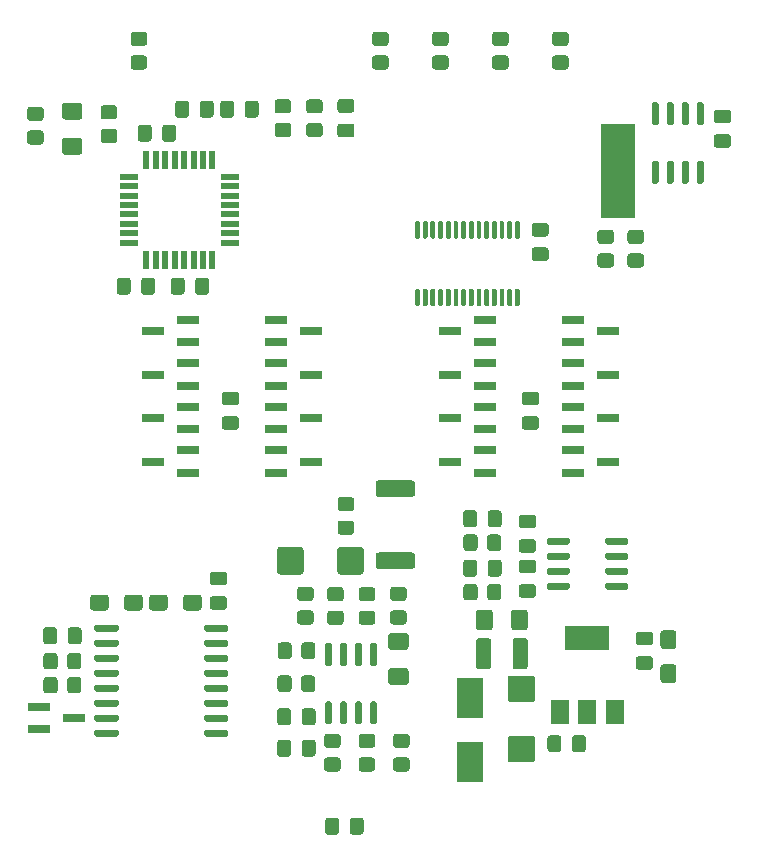
<source format=gbp>
G04 #@! TF.GenerationSoftware,KiCad,Pcbnew,5.1.12-84ad8e8a86~92~ubuntu16.04.1*
G04 #@! TF.CreationDate,2022-11-17T23:34:12+01:00*
G04 #@! TF.ProjectId,Mainboard,4d61696e-626f-4617-9264-2e6b69636164,rev?*
G04 #@! TF.SameCoordinates,Original*
G04 #@! TF.FileFunction,Paste,Bot*
G04 #@! TF.FilePolarity,Positive*
%FSLAX46Y46*%
G04 Gerber Fmt 4.6, Leading zero omitted, Abs format (unit mm)*
G04 Created by KiCad (PCBNEW 5.1.12-84ad8e8a86~92~ubuntu16.04.1) date 2022-11-17 23:34:12*
%MOMM*%
%LPD*%
G01*
G04 APERTURE LIST*
%ADD10R,1.900000X0.800000*%
%ADD11R,3.000000X8.000000*%
%ADD12R,0.550000X1.600000*%
%ADD13R,1.600000X0.550000*%
%ADD14R,3.800000X2.000000*%
%ADD15R,1.500000X2.000000*%
%ADD16R,2.300000X3.500000*%
G04 APERTURE END LIST*
G36*
G01*
X132026500Y-63332000D02*
X133276500Y-63332000D01*
G75*
G02*
X133526500Y-63582000I0J-250000D01*
G01*
X133526500Y-64507000D01*
G75*
G02*
X133276500Y-64757000I-250000J0D01*
G01*
X132026500Y-64757000D01*
G75*
G02*
X131776500Y-64507000I0J250000D01*
G01*
X131776500Y-63582000D01*
G75*
G02*
X132026500Y-63332000I250000J0D01*
G01*
G37*
G36*
G01*
X132026500Y-66307000D02*
X133276500Y-66307000D01*
G75*
G02*
X133526500Y-66557000I0J-250000D01*
G01*
X133526500Y-67482000D01*
G75*
G02*
X133276500Y-67732000I-250000J0D01*
G01*
X132026500Y-67732000D01*
G75*
G02*
X131776500Y-67482000I0J250000D01*
G01*
X131776500Y-66557000D01*
G75*
G02*
X132026500Y-66307000I250000J0D01*
G01*
G37*
G36*
G01*
X166837000Y-107749500D02*
X166837000Y-106499500D01*
G75*
G02*
X167087000Y-106249500I250000J0D01*
G01*
X168012000Y-106249500D01*
G75*
G02*
X168262000Y-106499500I0J-250000D01*
G01*
X168262000Y-107749500D01*
G75*
G02*
X168012000Y-107999500I-250000J0D01*
G01*
X167087000Y-107999500D01*
G75*
G02*
X166837000Y-107749500I0J250000D01*
G01*
G37*
G36*
G01*
X169812000Y-107749500D02*
X169812000Y-106499500D01*
G75*
G02*
X170062000Y-106249500I250000J0D01*
G01*
X170987000Y-106249500D01*
G75*
G02*
X171237000Y-106499500I0J-250000D01*
G01*
X171237000Y-107749500D01*
G75*
G02*
X170987000Y-107999500I-250000J0D01*
G01*
X170062000Y-107999500D01*
G75*
G02*
X169812000Y-107749500I0J250000D01*
G01*
G37*
D10*
X142470000Y-89093000D03*
X142470000Y-90993000D03*
X139470000Y-90043000D03*
X142470000Y-92776000D03*
X142470000Y-94676000D03*
X139470000Y-93726000D03*
G36*
G01*
X154077000Y-125062000D02*
X154077000Y-124112000D01*
G75*
G02*
X154327000Y-123862000I250000J0D01*
G01*
X155002000Y-123862000D01*
G75*
G02*
X155252000Y-124112000I0J-250000D01*
G01*
X155252000Y-125062000D01*
G75*
G02*
X155002000Y-125312000I-250000J0D01*
G01*
X154327000Y-125312000D01*
G75*
G02*
X154077000Y-125062000I0J250000D01*
G01*
G37*
G36*
G01*
X156152000Y-125062000D02*
X156152000Y-124112000D01*
G75*
G02*
X156402000Y-123862000I250000J0D01*
G01*
X157077000Y-123862000D01*
G75*
G02*
X157327000Y-124112000I0J-250000D01*
G01*
X157327000Y-125062000D01*
G75*
G02*
X157077000Y-125312000I-250000J0D01*
G01*
X156402000Y-125312000D01*
G75*
G02*
X156152000Y-125062000I0J250000D01*
G01*
G37*
G36*
G01*
X171925000Y-91033000D02*
X170975000Y-91033000D01*
G75*
G02*
X170725000Y-90783000I0J250000D01*
G01*
X170725000Y-90108000D01*
G75*
G02*
X170975000Y-89858000I250000J0D01*
G01*
X171925000Y-89858000D01*
G75*
G02*
X172175000Y-90108000I0J-250000D01*
G01*
X172175000Y-90783000D01*
G75*
G02*
X171925000Y-91033000I-250000J0D01*
G01*
G37*
G36*
G01*
X171925000Y-88958000D02*
X170975000Y-88958000D01*
G75*
G02*
X170725000Y-88708000I0J250000D01*
G01*
X170725000Y-88033000D01*
G75*
G02*
X170975000Y-87783000I250000J0D01*
G01*
X171925000Y-87783000D01*
G75*
G02*
X172175000Y-88033000I0J-250000D01*
G01*
X172175000Y-88708000D01*
G75*
G02*
X171925000Y-88958000I-250000J0D01*
G01*
G37*
G36*
G01*
X146525000Y-91033000D02*
X145575000Y-91033000D01*
G75*
G02*
X145325000Y-90783000I0J250000D01*
G01*
X145325000Y-90108000D01*
G75*
G02*
X145575000Y-89858000I250000J0D01*
G01*
X146525000Y-89858000D01*
G75*
G02*
X146775000Y-90108000I0J-250000D01*
G01*
X146775000Y-90783000D01*
G75*
G02*
X146525000Y-91033000I-250000J0D01*
G01*
G37*
G36*
G01*
X146525000Y-88958000D02*
X145575000Y-88958000D01*
G75*
G02*
X145325000Y-88708000I0J250000D01*
G01*
X145325000Y-88033000D01*
G75*
G02*
X145575000Y-87783000I250000J0D01*
G01*
X146525000Y-87783000D01*
G75*
G02*
X146775000Y-88033000I0J-250000D01*
G01*
X146775000Y-88708000D01*
G75*
G02*
X146525000Y-88958000I-250000J0D01*
G01*
G37*
G36*
G01*
X176144500Y-117127000D02*
X176144500Y-118077000D01*
G75*
G02*
X175894500Y-118327000I-250000J0D01*
G01*
X175219500Y-118327000D01*
G75*
G02*
X174969500Y-118077000I0J250000D01*
G01*
X174969500Y-117127000D01*
G75*
G02*
X175219500Y-116877000I250000J0D01*
G01*
X175894500Y-116877000D01*
G75*
G02*
X176144500Y-117127000I0J-250000D01*
G01*
G37*
G36*
G01*
X174069500Y-117127000D02*
X174069500Y-118077000D01*
G75*
G02*
X173819500Y-118327000I-250000J0D01*
G01*
X173144500Y-118327000D01*
G75*
G02*
X172894500Y-118077000I0J250000D01*
G01*
X172894500Y-117127000D01*
G75*
G02*
X173144500Y-116877000I250000J0D01*
G01*
X173819500Y-116877000D01*
G75*
G02*
X174069500Y-117127000I0J-250000D01*
G01*
G37*
G36*
G01*
X169762999Y-111831500D02*
X171613001Y-111831500D01*
G75*
G02*
X171863000Y-112081499I0J-249999D01*
G01*
X171863000Y-113831501D01*
G75*
G02*
X171613001Y-114081500I-249999J0D01*
G01*
X169762999Y-114081500D01*
G75*
G02*
X169513000Y-113831501I0J249999D01*
G01*
X169513000Y-112081499D01*
G75*
G02*
X169762999Y-111831500I249999J0D01*
G01*
G37*
G36*
G01*
X169762999Y-116931500D02*
X171613001Y-116931500D01*
G75*
G02*
X171863000Y-117181499I0J-249999D01*
G01*
X171863000Y-118931501D01*
G75*
G02*
X171613001Y-119181500I-249999J0D01*
G01*
X169762999Y-119181500D01*
G75*
G02*
X169513000Y-118931501I0J249999D01*
G01*
X169513000Y-117181499D01*
G75*
G02*
X169762999Y-116931500I249999J0D01*
G01*
G37*
G36*
G01*
X130226000Y-111067001D02*
X130226000Y-110166999D01*
G75*
G02*
X130475999Y-109917000I249999J0D01*
G01*
X131176001Y-109917000D01*
G75*
G02*
X131426000Y-110166999I0J-249999D01*
G01*
X131426000Y-111067001D01*
G75*
G02*
X131176001Y-111317000I-249999J0D01*
G01*
X130475999Y-111317000D01*
G75*
G02*
X130226000Y-111067001I0J249999D01*
G01*
G37*
G36*
G01*
X132226000Y-111067001D02*
X132226000Y-110166999D01*
G75*
G02*
X132475999Y-109917000I249999J0D01*
G01*
X133176001Y-109917000D01*
G75*
G02*
X133426000Y-110166999I0J-249999D01*
G01*
X133426000Y-111067001D01*
G75*
G02*
X133176001Y-111317000I-249999J0D01*
G01*
X132475999Y-111317000D01*
G75*
G02*
X132226000Y-111067001I0J249999D01*
G01*
G37*
G36*
G01*
X145509000Y-106273000D02*
X144559000Y-106273000D01*
G75*
G02*
X144309000Y-106023000I0J250000D01*
G01*
X144309000Y-105348000D01*
G75*
G02*
X144559000Y-105098000I250000J0D01*
G01*
X145509000Y-105098000D01*
G75*
G02*
X145759000Y-105348000I0J-250000D01*
G01*
X145759000Y-106023000D01*
G75*
G02*
X145509000Y-106273000I-250000J0D01*
G01*
G37*
G36*
G01*
X145509000Y-104198000D02*
X144559000Y-104198000D01*
G75*
G02*
X144309000Y-103948000I0J250000D01*
G01*
X144309000Y-103273000D01*
G75*
G02*
X144559000Y-103023000I250000J0D01*
G01*
X145509000Y-103023000D01*
G75*
G02*
X145759000Y-103273000I0J-250000D01*
G01*
X145759000Y-103948000D01*
G75*
G02*
X145509000Y-104198000I-250000J0D01*
G01*
G37*
G36*
G01*
X130201000Y-108933000D02*
X130201000Y-107983000D01*
G75*
G02*
X130451000Y-107733000I250000J0D01*
G01*
X131126000Y-107733000D01*
G75*
G02*
X131376000Y-107983000I0J-250000D01*
G01*
X131376000Y-108933000D01*
G75*
G02*
X131126000Y-109183000I-250000J0D01*
G01*
X130451000Y-109183000D01*
G75*
G02*
X130201000Y-108933000I0J250000D01*
G01*
G37*
G36*
G01*
X132276000Y-108933000D02*
X132276000Y-107983000D01*
G75*
G02*
X132526000Y-107733000I250000J0D01*
G01*
X133201000Y-107733000D01*
G75*
G02*
X133451000Y-107983000I0J-250000D01*
G01*
X133451000Y-108933000D01*
G75*
G02*
X133201000Y-109183000I-250000J0D01*
G01*
X132526000Y-109183000D01*
G75*
G02*
X132276000Y-108933000I0J250000D01*
G01*
G37*
G36*
G01*
X171237000Y-108907000D02*
X171237000Y-111057000D01*
G75*
G02*
X170987000Y-111307000I-250000J0D01*
G01*
X170187000Y-111307000D01*
G75*
G02*
X169937000Y-111057000I0J250000D01*
G01*
X169937000Y-108907000D01*
G75*
G02*
X170187000Y-108657000I250000J0D01*
G01*
X170987000Y-108657000D01*
G75*
G02*
X171237000Y-108907000I0J-250000D01*
G01*
G37*
G36*
G01*
X168137000Y-108907000D02*
X168137000Y-111057000D01*
G75*
G02*
X167887000Y-111307000I-250000J0D01*
G01*
X167087000Y-111307000D01*
G75*
G02*
X166837000Y-111057000I0J250000D01*
G01*
X166837000Y-108907000D01*
G75*
G02*
X167087000Y-108657000I250000J0D01*
G01*
X167887000Y-108657000D01*
G75*
G02*
X168137000Y-108907000I0J-250000D01*
G01*
G37*
X149884000Y-94676000D03*
X149884000Y-92776000D03*
X152884000Y-93726000D03*
G36*
G01*
X179726000Y-100307000D02*
X179726000Y-100607000D01*
G75*
G02*
X179576000Y-100757000I-150000J0D01*
G01*
X177926000Y-100757000D01*
G75*
G02*
X177776000Y-100607000I0J150000D01*
G01*
X177776000Y-100307000D01*
G75*
G02*
X177926000Y-100157000I150000J0D01*
G01*
X179576000Y-100157000D01*
G75*
G02*
X179726000Y-100307000I0J-150000D01*
G01*
G37*
G36*
G01*
X179726000Y-101577000D02*
X179726000Y-101877000D01*
G75*
G02*
X179576000Y-102027000I-150000J0D01*
G01*
X177926000Y-102027000D01*
G75*
G02*
X177776000Y-101877000I0J150000D01*
G01*
X177776000Y-101577000D01*
G75*
G02*
X177926000Y-101427000I150000J0D01*
G01*
X179576000Y-101427000D01*
G75*
G02*
X179726000Y-101577000I0J-150000D01*
G01*
G37*
G36*
G01*
X179726000Y-102847000D02*
X179726000Y-103147000D01*
G75*
G02*
X179576000Y-103297000I-150000J0D01*
G01*
X177926000Y-103297000D01*
G75*
G02*
X177776000Y-103147000I0J150000D01*
G01*
X177776000Y-102847000D01*
G75*
G02*
X177926000Y-102697000I150000J0D01*
G01*
X179576000Y-102697000D01*
G75*
G02*
X179726000Y-102847000I0J-150000D01*
G01*
G37*
G36*
G01*
X179726000Y-104117000D02*
X179726000Y-104417000D01*
G75*
G02*
X179576000Y-104567000I-150000J0D01*
G01*
X177926000Y-104567000D01*
G75*
G02*
X177776000Y-104417000I0J150000D01*
G01*
X177776000Y-104117000D01*
G75*
G02*
X177926000Y-103967000I150000J0D01*
G01*
X179576000Y-103967000D01*
G75*
G02*
X179726000Y-104117000I0J-150000D01*
G01*
G37*
G36*
G01*
X174776000Y-104117000D02*
X174776000Y-104417000D01*
G75*
G02*
X174626000Y-104567000I-150000J0D01*
G01*
X172976000Y-104567000D01*
G75*
G02*
X172826000Y-104417000I0J150000D01*
G01*
X172826000Y-104117000D01*
G75*
G02*
X172976000Y-103967000I150000J0D01*
G01*
X174626000Y-103967000D01*
G75*
G02*
X174776000Y-104117000I0J-150000D01*
G01*
G37*
G36*
G01*
X174776000Y-102847000D02*
X174776000Y-103147000D01*
G75*
G02*
X174626000Y-103297000I-150000J0D01*
G01*
X172976000Y-103297000D01*
G75*
G02*
X172826000Y-103147000I0J150000D01*
G01*
X172826000Y-102847000D01*
G75*
G02*
X172976000Y-102697000I150000J0D01*
G01*
X174626000Y-102697000D01*
G75*
G02*
X174776000Y-102847000I0J-150000D01*
G01*
G37*
G36*
G01*
X174776000Y-101577000D02*
X174776000Y-101877000D01*
G75*
G02*
X174626000Y-102027000I-150000J0D01*
G01*
X172976000Y-102027000D01*
G75*
G02*
X172826000Y-101877000I0J150000D01*
G01*
X172826000Y-101577000D01*
G75*
G02*
X172976000Y-101427000I150000J0D01*
G01*
X174626000Y-101427000D01*
G75*
G02*
X174776000Y-101577000I0J-150000D01*
G01*
G37*
G36*
G01*
X174776000Y-100307000D02*
X174776000Y-100607000D01*
G75*
G02*
X174626000Y-100757000I-150000J0D01*
G01*
X172976000Y-100757000D01*
G75*
G02*
X172826000Y-100607000I0J150000D01*
G01*
X172826000Y-100307000D01*
G75*
G02*
X172976000Y-100157000I150000J0D01*
G01*
X174626000Y-100157000D01*
G75*
G02*
X174776000Y-100307000I0J-150000D01*
G01*
G37*
D11*
X178882000Y-69103000D03*
G36*
G01*
X188181000Y-67157000D02*
X187231000Y-67157000D01*
G75*
G02*
X186981000Y-66907000I0J250000D01*
G01*
X186981000Y-66232000D01*
G75*
G02*
X187231000Y-65982000I250000J0D01*
G01*
X188181000Y-65982000D01*
G75*
G02*
X188431000Y-66232000I0J-250000D01*
G01*
X188431000Y-66907000D01*
G75*
G02*
X188181000Y-67157000I-250000J0D01*
G01*
G37*
G36*
G01*
X188181000Y-65082000D02*
X187231000Y-65082000D01*
G75*
G02*
X186981000Y-64832000I0J250000D01*
G01*
X186981000Y-64157000D01*
G75*
G02*
X187231000Y-63907000I250000J0D01*
G01*
X188181000Y-63907000D01*
G75*
G02*
X188431000Y-64157000I0J-250000D01*
G01*
X188431000Y-64832000D01*
G75*
G02*
X188181000Y-65082000I-250000J0D01*
G01*
G37*
G36*
G01*
X179919999Y-74090000D02*
X180820001Y-74090000D01*
G75*
G02*
X181070000Y-74339999I0J-249999D01*
G01*
X181070000Y-75040001D01*
G75*
G02*
X180820001Y-75290000I-249999J0D01*
G01*
X179919999Y-75290000D01*
G75*
G02*
X179670000Y-75040001I0J249999D01*
G01*
X179670000Y-74339999D01*
G75*
G02*
X179919999Y-74090000I249999J0D01*
G01*
G37*
G36*
G01*
X179919999Y-76090000D02*
X180820001Y-76090000D01*
G75*
G02*
X181070000Y-76339999I0J-249999D01*
G01*
X181070000Y-77040001D01*
G75*
G02*
X180820001Y-77290000I-249999J0D01*
G01*
X179919999Y-77290000D01*
G75*
G02*
X179670000Y-77040001I0J249999D01*
G01*
X179670000Y-76339999D01*
G75*
G02*
X179919999Y-76090000I249999J0D01*
G01*
G37*
G36*
G01*
X181861000Y-63290000D02*
X182161000Y-63290000D01*
G75*
G02*
X182311000Y-63440000I0J-150000D01*
G01*
X182311000Y-65090000D01*
G75*
G02*
X182161000Y-65240000I-150000J0D01*
G01*
X181861000Y-65240000D01*
G75*
G02*
X181711000Y-65090000I0J150000D01*
G01*
X181711000Y-63440000D01*
G75*
G02*
X181861000Y-63290000I150000J0D01*
G01*
G37*
G36*
G01*
X183131000Y-63290000D02*
X183431000Y-63290000D01*
G75*
G02*
X183581000Y-63440000I0J-150000D01*
G01*
X183581000Y-65090000D01*
G75*
G02*
X183431000Y-65240000I-150000J0D01*
G01*
X183131000Y-65240000D01*
G75*
G02*
X182981000Y-65090000I0J150000D01*
G01*
X182981000Y-63440000D01*
G75*
G02*
X183131000Y-63290000I150000J0D01*
G01*
G37*
G36*
G01*
X184401000Y-63290000D02*
X184701000Y-63290000D01*
G75*
G02*
X184851000Y-63440000I0J-150000D01*
G01*
X184851000Y-65090000D01*
G75*
G02*
X184701000Y-65240000I-150000J0D01*
G01*
X184401000Y-65240000D01*
G75*
G02*
X184251000Y-65090000I0J150000D01*
G01*
X184251000Y-63440000D01*
G75*
G02*
X184401000Y-63290000I150000J0D01*
G01*
G37*
G36*
G01*
X185671000Y-63290000D02*
X185971000Y-63290000D01*
G75*
G02*
X186121000Y-63440000I0J-150000D01*
G01*
X186121000Y-65090000D01*
G75*
G02*
X185971000Y-65240000I-150000J0D01*
G01*
X185671000Y-65240000D01*
G75*
G02*
X185521000Y-65090000I0J150000D01*
G01*
X185521000Y-63440000D01*
G75*
G02*
X185671000Y-63290000I150000J0D01*
G01*
G37*
G36*
G01*
X185671000Y-68240000D02*
X185971000Y-68240000D01*
G75*
G02*
X186121000Y-68390000I0J-150000D01*
G01*
X186121000Y-70040000D01*
G75*
G02*
X185971000Y-70190000I-150000J0D01*
G01*
X185671000Y-70190000D01*
G75*
G02*
X185521000Y-70040000I0J150000D01*
G01*
X185521000Y-68390000D01*
G75*
G02*
X185671000Y-68240000I150000J0D01*
G01*
G37*
G36*
G01*
X184401000Y-68240000D02*
X184701000Y-68240000D01*
G75*
G02*
X184851000Y-68390000I0J-150000D01*
G01*
X184851000Y-70040000D01*
G75*
G02*
X184701000Y-70190000I-150000J0D01*
G01*
X184401000Y-70190000D01*
G75*
G02*
X184251000Y-70040000I0J150000D01*
G01*
X184251000Y-68390000D01*
G75*
G02*
X184401000Y-68240000I150000J0D01*
G01*
G37*
G36*
G01*
X183131000Y-68240000D02*
X183431000Y-68240000D01*
G75*
G02*
X183581000Y-68390000I0J-150000D01*
G01*
X183581000Y-70040000D01*
G75*
G02*
X183431000Y-70190000I-150000J0D01*
G01*
X183131000Y-70190000D01*
G75*
G02*
X182981000Y-70040000I0J150000D01*
G01*
X182981000Y-68390000D01*
G75*
G02*
X183131000Y-68240000I150000J0D01*
G01*
G37*
G36*
G01*
X181861000Y-68240000D02*
X182161000Y-68240000D01*
G75*
G02*
X182311000Y-68390000I0J-150000D01*
G01*
X182311000Y-70040000D01*
G75*
G02*
X182161000Y-70190000I-150000J0D01*
G01*
X181861000Y-70190000D01*
G75*
G02*
X181711000Y-70040000I0J150000D01*
G01*
X181711000Y-68390000D01*
G75*
G02*
X181861000Y-68240000I150000J0D01*
G01*
G37*
G36*
G01*
X138623000Y-105238999D02*
X138623000Y-106089001D01*
G75*
G02*
X138373001Y-106339000I-249999J0D01*
G01*
X137297999Y-106339000D01*
G75*
G02*
X137048000Y-106089001I0J249999D01*
G01*
X137048000Y-105238999D01*
G75*
G02*
X137297999Y-104989000I249999J0D01*
G01*
X138373001Y-104989000D01*
G75*
G02*
X138623000Y-105238999I0J-249999D01*
G01*
G37*
G36*
G01*
X135748000Y-105238999D02*
X135748000Y-106089001D01*
G75*
G02*
X135498001Y-106339000I-249999J0D01*
G01*
X134422999Y-106339000D01*
G75*
G02*
X134173000Y-106089001I0J249999D01*
G01*
X134173000Y-105238999D01*
G75*
G02*
X134422999Y-104989000I249999J0D01*
G01*
X135498001Y-104989000D01*
G75*
G02*
X135748000Y-105238999I0J-249999D01*
G01*
G37*
G36*
G01*
X139166500Y-106089001D02*
X139166500Y-105238999D01*
G75*
G02*
X139416499Y-104989000I249999J0D01*
G01*
X140491501Y-104989000D01*
G75*
G02*
X140741500Y-105238999I0J-249999D01*
G01*
X140741500Y-106089001D01*
G75*
G02*
X140491501Y-106339000I-249999J0D01*
G01*
X139416499Y-106339000D01*
G75*
G02*
X139166500Y-106089001I0J249999D01*
G01*
G37*
G36*
G01*
X142041500Y-106089001D02*
X142041500Y-105238999D01*
G75*
G02*
X142291499Y-104989000I249999J0D01*
G01*
X143366501Y-104989000D01*
G75*
G02*
X143616500Y-105238999I0J-249999D01*
G01*
X143616500Y-106089001D01*
G75*
G02*
X143366501Y-106339000I-249999J0D01*
G01*
X142291499Y-106339000D01*
G75*
G02*
X142041500Y-106089001I0J249999D01*
G01*
G37*
G36*
G01*
X141452000Y-65438000D02*
X141452000Y-66388000D01*
G75*
G02*
X141202000Y-66638000I-250000J0D01*
G01*
X140527000Y-66638000D01*
G75*
G02*
X140277000Y-66388000I0J250000D01*
G01*
X140277000Y-65438000D01*
G75*
G02*
X140527000Y-65188000I250000J0D01*
G01*
X141202000Y-65188000D01*
G75*
G02*
X141452000Y-65438000I0J-250000D01*
G01*
G37*
G36*
G01*
X139377000Y-65438000D02*
X139377000Y-66388000D01*
G75*
G02*
X139127000Y-66638000I-250000J0D01*
G01*
X138452000Y-66638000D01*
G75*
G02*
X138202000Y-66388000I0J250000D01*
G01*
X138202000Y-65438000D01*
G75*
G02*
X138452000Y-65188000I250000J0D01*
G01*
X139127000Y-65188000D01*
G75*
G02*
X139377000Y-65438000I0J-250000D01*
G01*
G37*
G36*
G01*
X140996000Y-79342000D02*
X140996000Y-78392000D01*
G75*
G02*
X141246000Y-78142000I250000J0D01*
G01*
X141921000Y-78142000D01*
G75*
G02*
X142171000Y-78392000I0J-250000D01*
G01*
X142171000Y-79342000D01*
G75*
G02*
X141921000Y-79592000I-250000J0D01*
G01*
X141246000Y-79592000D01*
G75*
G02*
X140996000Y-79342000I0J250000D01*
G01*
G37*
G36*
G01*
X143071000Y-79342000D02*
X143071000Y-78392000D01*
G75*
G02*
X143321000Y-78142000I250000J0D01*
G01*
X143996000Y-78142000D01*
G75*
G02*
X144246000Y-78392000I0J-250000D01*
G01*
X144246000Y-79342000D01*
G75*
G02*
X143996000Y-79592000I-250000J0D01*
G01*
X143321000Y-79592000D01*
G75*
G02*
X143071000Y-79342000I0J250000D01*
G01*
G37*
G36*
G01*
X157345000Y-101182999D02*
X157345000Y-103033001D01*
G75*
G02*
X157095001Y-103283000I-249999J0D01*
G01*
X155344999Y-103283000D01*
G75*
G02*
X155095000Y-103033001I0J249999D01*
G01*
X155095000Y-101182999D01*
G75*
G02*
X155344999Y-100933000I249999J0D01*
G01*
X157095001Y-100933000D01*
G75*
G02*
X157345000Y-101182999I0J-249999D01*
G01*
G37*
G36*
G01*
X152245000Y-101182999D02*
X152245000Y-103033001D01*
G75*
G02*
X151995001Y-103283000I-249999J0D01*
G01*
X150244999Y-103283000D01*
G75*
G02*
X149995000Y-103033001I0J249999D01*
G01*
X149995000Y-101182999D01*
G75*
G02*
X150244999Y-100933000I249999J0D01*
G01*
X151995001Y-100933000D01*
G75*
G02*
X152245000Y-101182999I0J-249999D01*
G01*
G37*
D10*
X129818000Y-116393000D03*
X129818000Y-114493000D03*
X132818000Y-115443000D03*
G36*
G01*
X159649000Y-108226500D02*
X160899000Y-108226500D01*
G75*
G02*
X161149000Y-108476500I0J-250000D01*
G01*
X161149000Y-109401500D01*
G75*
G02*
X160899000Y-109651500I-250000J0D01*
G01*
X159649000Y-109651500D01*
G75*
G02*
X159399000Y-109401500I0J250000D01*
G01*
X159399000Y-108476500D01*
G75*
G02*
X159649000Y-108226500I250000J0D01*
G01*
G37*
G36*
G01*
X159649000Y-111201500D02*
X160899000Y-111201500D01*
G75*
G02*
X161149000Y-111451500I0J-250000D01*
G01*
X161149000Y-112376500D01*
G75*
G02*
X160899000Y-112626500I-250000J0D01*
G01*
X159649000Y-112626500D01*
G75*
G02*
X159399000Y-112376500I0J250000D01*
G01*
X159399000Y-111451500D01*
G75*
G02*
X159649000Y-111201500I250000J0D01*
G01*
G37*
G36*
G01*
X130226000Y-113099001D02*
X130226000Y-112198999D01*
G75*
G02*
X130475999Y-111949000I249999J0D01*
G01*
X131176001Y-111949000D01*
G75*
G02*
X131426000Y-112198999I0J-249999D01*
G01*
X131426000Y-113099001D01*
G75*
G02*
X131176001Y-113349000I-249999J0D01*
G01*
X130475999Y-113349000D01*
G75*
G02*
X130226000Y-113099001I0J249999D01*
G01*
G37*
G36*
G01*
X132226000Y-113099001D02*
X132226000Y-112198999D01*
G75*
G02*
X132475999Y-111949000I249999J0D01*
G01*
X133176001Y-111949000D01*
G75*
G02*
X133426000Y-112198999I0J-249999D01*
G01*
X133426000Y-113099001D01*
G75*
G02*
X133176001Y-113349000I-249999J0D01*
G01*
X132475999Y-113349000D01*
G75*
G02*
X132226000Y-113099001I0J249999D01*
G01*
G37*
G36*
G01*
X145883000Y-107673000D02*
X145883000Y-107973000D01*
G75*
G02*
X145733000Y-108123000I-150000J0D01*
G01*
X143983000Y-108123000D01*
G75*
G02*
X143833000Y-107973000I0J150000D01*
G01*
X143833000Y-107673000D01*
G75*
G02*
X143983000Y-107523000I150000J0D01*
G01*
X145733000Y-107523000D01*
G75*
G02*
X145883000Y-107673000I0J-150000D01*
G01*
G37*
G36*
G01*
X145883000Y-108943000D02*
X145883000Y-109243000D01*
G75*
G02*
X145733000Y-109393000I-150000J0D01*
G01*
X143983000Y-109393000D01*
G75*
G02*
X143833000Y-109243000I0J150000D01*
G01*
X143833000Y-108943000D01*
G75*
G02*
X143983000Y-108793000I150000J0D01*
G01*
X145733000Y-108793000D01*
G75*
G02*
X145883000Y-108943000I0J-150000D01*
G01*
G37*
G36*
G01*
X145883000Y-110213000D02*
X145883000Y-110513000D01*
G75*
G02*
X145733000Y-110663000I-150000J0D01*
G01*
X143983000Y-110663000D01*
G75*
G02*
X143833000Y-110513000I0J150000D01*
G01*
X143833000Y-110213000D01*
G75*
G02*
X143983000Y-110063000I150000J0D01*
G01*
X145733000Y-110063000D01*
G75*
G02*
X145883000Y-110213000I0J-150000D01*
G01*
G37*
G36*
G01*
X145883000Y-111483000D02*
X145883000Y-111783000D01*
G75*
G02*
X145733000Y-111933000I-150000J0D01*
G01*
X143983000Y-111933000D01*
G75*
G02*
X143833000Y-111783000I0J150000D01*
G01*
X143833000Y-111483000D01*
G75*
G02*
X143983000Y-111333000I150000J0D01*
G01*
X145733000Y-111333000D01*
G75*
G02*
X145883000Y-111483000I0J-150000D01*
G01*
G37*
G36*
G01*
X145883000Y-112753000D02*
X145883000Y-113053000D01*
G75*
G02*
X145733000Y-113203000I-150000J0D01*
G01*
X143983000Y-113203000D01*
G75*
G02*
X143833000Y-113053000I0J150000D01*
G01*
X143833000Y-112753000D01*
G75*
G02*
X143983000Y-112603000I150000J0D01*
G01*
X145733000Y-112603000D01*
G75*
G02*
X145883000Y-112753000I0J-150000D01*
G01*
G37*
G36*
G01*
X145883000Y-114023000D02*
X145883000Y-114323000D01*
G75*
G02*
X145733000Y-114473000I-150000J0D01*
G01*
X143983000Y-114473000D01*
G75*
G02*
X143833000Y-114323000I0J150000D01*
G01*
X143833000Y-114023000D01*
G75*
G02*
X143983000Y-113873000I150000J0D01*
G01*
X145733000Y-113873000D01*
G75*
G02*
X145883000Y-114023000I0J-150000D01*
G01*
G37*
G36*
G01*
X145883000Y-115293000D02*
X145883000Y-115593000D01*
G75*
G02*
X145733000Y-115743000I-150000J0D01*
G01*
X143983000Y-115743000D01*
G75*
G02*
X143833000Y-115593000I0J150000D01*
G01*
X143833000Y-115293000D01*
G75*
G02*
X143983000Y-115143000I150000J0D01*
G01*
X145733000Y-115143000D01*
G75*
G02*
X145883000Y-115293000I0J-150000D01*
G01*
G37*
G36*
G01*
X145883000Y-116563000D02*
X145883000Y-116863000D01*
G75*
G02*
X145733000Y-117013000I-150000J0D01*
G01*
X143983000Y-117013000D01*
G75*
G02*
X143833000Y-116863000I0J150000D01*
G01*
X143833000Y-116563000D01*
G75*
G02*
X143983000Y-116413000I150000J0D01*
G01*
X145733000Y-116413000D01*
G75*
G02*
X145883000Y-116563000I0J-150000D01*
G01*
G37*
G36*
G01*
X136583000Y-116563000D02*
X136583000Y-116863000D01*
G75*
G02*
X136433000Y-117013000I-150000J0D01*
G01*
X134683000Y-117013000D01*
G75*
G02*
X134533000Y-116863000I0J150000D01*
G01*
X134533000Y-116563000D01*
G75*
G02*
X134683000Y-116413000I150000J0D01*
G01*
X136433000Y-116413000D01*
G75*
G02*
X136583000Y-116563000I0J-150000D01*
G01*
G37*
G36*
G01*
X136583000Y-115293000D02*
X136583000Y-115593000D01*
G75*
G02*
X136433000Y-115743000I-150000J0D01*
G01*
X134683000Y-115743000D01*
G75*
G02*
X134533000Y-115593000I0J150000D01*
G01*
X134533000Y-115293000D01*
G75*
G02*
X134683000Y-115143000I150000J0D01*
G01*
X136433000Y-115143000D01*
G75*
G02*
X136583000Y-115293000I0J-150000D01*
G01*
G37*
G36*
G01*
X136583000Y-114023000D02*
X136583000Y-114323000D01*
G75*
G02*
X136433000Y-114473000I-150000J0D01*
G01*
X134683000Y-114473000D01*
G75*
G02*
X134533000Y-114323000I0J150000D01*
G01*
X134533000Y-114023000D01*
G75*
G02*
X134683000Y-113873000I150000J0D01*
G01*
X136433000Y-113873000D01*
G75*
G02*
X136583000Y-114023000I0J-150000D01*
G01*
G37*
G36*
G01*
X136583000Y-112753000D02*
X136583000Y-113053000D01*
G75*
G02*
X136433000Y-113203000I-150000J0D01*
G01*
X134683000Y-113203000D01*
G75*
G02*
X134533000Y-113053000I0J150000D01*
G01*
X134533000Y-112753000D01*
G75*
G02*
X134683000Y-112603000I150000J0D01*
G01*
X136433000Y-112603000D01*
G75*
G02*
X136583000Y-112753000I0J-150000D01*
G01*
G37*
G36*
G01*
X136583000Y-111483000D02*
X136583000Y-111783000D01*
G75*
G02*
X136433000Y-111933000I-150000J0D01*
G01*
X134683000Y-111933000D01*
G75*
G02*
X134533000Y-111783000I0J150000D01*
G01*
X134533000Y-111483000D01*
G75*
G02*
X134683000Y-111333000I150000J0D01*
G01*
X136433000Y-111333000D01*
G75*
G02*
X136583000Y-111483000I0J-150000D01*
G01*
G37*
G36*
G01*
X136583000Y-110213000D02*
X136583000Y-110513000D01*
G75*
G02*
X136433000Y-110663000I-150000J0D01*
G01*
X134683000Y-110663000D01*
G75*
G02*
X134533000Y-110513000I0J150000D01*
G01*
X134533000Y-110213000D01*
G75*
G02*
X134683000Y-110063000I150000J0D01*
G01*
X136433000Y-110063000D01*
G75*
G02*
X136583000Y-110213000I0J-150000D01*
G01*
G37*
G36*
G01*
X136583000Y-108943000D02*
X136583000Y-109243000D01*
G75*
G02*
X136433000Y-109393000I-150000J0D01*
G01*
X134683000Y-109393000D01*
G75*
G02*
X134533000Y-109243000I0J150000D01*
G01*
X134533000Y-108943000D01*
G75*
G02*
X134683000Y-108793000I150000J0D01*
G01*
X136433000Y-108793000D01*
G75*
G02*
X136583000Y-108943000I0J-150000D01*
G01*
G37*
G36*
G01*
X136583000Y-107673000D02*
X136583000Y-107973000D01*
G75*
G02*
X136433000Y-108123000I-150000J0D01*
G01*
X134683000Y-108123000D01*
G75*
G02*
X134533000Y-107973000I0J150000D01*
G01*
X134533000Y-107673000D01*
G75*
G02*
X134683000Y-107523000I150000J0D01*
G01*
X136433000Y-107523000D01*
G75*
G02*
X136583000Y-107673000I0J-150000D01*
G01*
G37*
D12*
X138932000Y-68140000D03*
X139732000Y-68140000D03*
X140532000Y-68140000D03*
X141332000Y-68140000D03*
X142132000Y-68140000D03*
X142932000Y-68140000D03*
X143732000Y-68140000D03*
X144532000Y-68140000D03*
D13*
X145982000Y-69590000D03*
X145982000Y-70390000D03*
X145982000Y-71190000D03*
X145982000Y-71990000D03*
X145982000Y-72790000D03*
X145982000Y-73590000D03*
X145982000Y-74390000D03*
X145982000Y-75190000D03*
D12*
X144532000Y-76640000D03*
X143732000Y-76640000D03*
X142932000Y-76640000D03*
X142132000Y-76640000D03*
X141332000Y-76640000D03*
X140532000Y-76640000D03*
X139732000Y-76640000D03*
X138932000Y-76640000D03*
D13*
X137482000Y-75190000D03*
X137482000Y-74390000D03*
X137482000Y-73590000D03*
X137482000Y-72790000D03*
X137482000Y-71990000D03*
X137482000Y-71190000D03*
X137482000Y-70390000D03*
X137482000Y-69590000D03*
G36*
G01*
X158594999Y-95310000D02*
X161445001Y-95310000D01*
G75*
G02*
X161695000Y-95559999I0J-249999D01*
G01*
X161695000Y-96460001D01*
G75*
G02*
X161445001Y-96710000I-249999J0D01*
G01*
X158594999Y-96710000D01*
G75*
G02*
X158345000Y-96460001I0J249999D01*
G01*
X158345000Y-95559999D01*
G75*
G02*
X158594999Y-95310000I249999J0D01*
G01*
G37*
G36*
G01*
X158594999Y-101410000D02*
X161445001Y-101410000D01*
G75*
G02*
X161695000Y-101659999I0J-249999D01*
G01*
X161695000Y-102560001D01*
G75*
G02*
X161445001Y-102810000I-249999J0D01*
G01*
X158594999Y-102810000D01*
G75*
G02*
X158345000Y-102560001I0J249999D01*
G01*
X158345000Y-101659999D01*
G75*
G02*
X158594999Y-101410000I249999J0D01*
G01*
G37*
G36*
G01*
X145187000Y-64356000D02*
X145187000Y-63406000D01*
G75*
G02*
X145437000Y-63156000I250000J0D01*
G01*
X146112000Y-63156000D01*
G75*
G02*
X146362000Y-63406000I0J-250000D01*
G01*
X146362000Y-64356000D01*
G75*
G02*
X146112000Y-64606000I-250000J0D01*
G01*
X145437000Y-64606000D01*
G75*
G02*
X145187000Y-64356000I0J250000D01*
G01*
G37*
G36*
G01*
X147262000Y-64356000D02*
X147262000Y-63406000D01*
G75*
G02*
X147512000Y-63156000I250000J0D01*
G01*
X148187000Y-63156000D01*
G75*
G02*
X148437000Y-63406000I0J-250000D01*
G01*
X148437000Y-64356000D01*
G75*
G02*
X148187000Y-64606000I-250000J0D01*
G01*
X147512000Y-64606000D01*
G75*
G02*
X147262000Y-64356000I0J250000D01*
G01*
G37*
G36*
G01*
X144627000Y-63406000D02*
X144627000Y-64356000D01*
G75*
G02*
X144377000Y-64606000I-250000J0D01*
G01*
X143702000Y-64606000D01*
G75*
G02*
X143452000Y-64356000I0J250000D01*
G01*
X143452000Y-63406000D01*
G75*
G02*
X143702000Y-63156000I250000J0D01*
G01*
X144377000Y-63156000D01*
G75*
G02*
X144627000Y-63406000I0J-250000D01*
G01*
G37*
G36*
G01*
X142552000Y-63406000D02*
X142552000Y-64356000D01*
G75*
G02*
X142302000Y-64606000I-250000J0D01*
G01*
X141627000Y-64606000D01*
G75*
G02*
X141377000Y-64356000I0J250000D01*
G01*
X141377000Y-63406000D01*
G75*
G02*
X141627000Y-63156000I250000J0D01*
G01*
X142302000Y-63156000D01*
G75*
G02*
X142552000Y-63406000I0J-250000D01*
G01*
G37*
D10*
X167616000Y-92776000D03*
X167616000Y-94676000D03*
X164616000Y-93726000D03*
G36*
G01*
X177369999Y-74092000D02*
X178270001Y-74092000D01*
G75*
G02*
X178520000Y-74341999I0J-249999D01*
G01*
X178520000Y-75042001D01*
G75*
G02*
X178270001Y-75292000I-249999J0D01*
G01*
X177369999Y-75292000D01*
G75*
G02*
X177120000Y-75042001I0J249999D01*
G01*
X177120000Y-74341999D01*
G75*
G02*
X177369999Y-74092000I249999J0D01*
G01*
G37*
G36*
G01*
X177369999Y-76092000D02*
X178270001Y-76092000D01*
G75*
G02*
X178520000Y-76341999I0J-249999D01*
G01*
X178520000Y-77042001D01*
G75*
G02*
X178270001Y-77292000I-249999J0D01*
G01*
X177369999Y-77292000D01*
G75*
G02*
X177120000Y-77042001I0J249999D01*
G01*
X177120000Y-76341999D01*
G75*
G02*
X177369999Y-76092000I249999J0D01*
G01*
G37*
G36*
G01*
X150044999Y-63043000D02*
X150945001Y-63043000D01*
G75*
G02*
X151195000Y-63292999I0J-249999D01*
G01*
X151195000Y-63993001D01*
G75*
G02*
X150945001Y-64243000I-249999J0D01*
G01*
X150044999Y-64243000D01*
G75*
G02*
X149795000Y-63993001I0J249999D01*
G01*
X149795000Y-63292999D01*
G75*
G02*
X150044999Y-63043000I249999J0D01*
G01*
G37*
G36*
G01*
X150044999Y-65043000D02*
X150945001Y-65043000D01*
G75*
G02*
X151195000Y-65292999I0J-249999D01*
G01*
X151195000Y-65993001D01*
G75*
G02*
X150945001Y-66243000I-249999J0D01*
G01*
X150044999Y-66243000D01*
G75*
G02*
X149795000Y-65993001I0J249999D01*
G01*
X149795000Y-65292999D01*
G75*
G02*
X150044999Y-65043000I249999J0D01*
G01*
G37*
G36*
G01*
X136424000Y-79342000D02*
X136424000Y-78392000D01*
G75*
G02*
X136674000Y-78142000I250000J0D01*
G01*
X137349000Y-78142000D01*
G75*
G02*
X137599000Y-78392000I0J-250000D01*
G01*
X137599000Y-79342000D01*
G75*
G02*
X137349000Y-79592000I-250000J0D01*
G01*
X136674000Y-79592000D01*
G75*
G02*
X136424000Y-79342000I0J250000D01*
G01*
G37*
G36*
G01*
X138499000Y-79342000D02*
X138499000Y-78392000D01*
G75*
G02*
X138749000Y-78142000I250000J0D01*
G01*
X139424000Y-78142000D01*
G75*
G02*
X139674000Y-78392000I0J-250000D01*
G01*
X139674000Y-79342000D01*
G75*
G02*
X139424000Y-79592000I-250000J0D01*
G01*
X138749000Y-79592000D01*
G75*
G02*
X138499000Y-79342000I0J250000D01*
G01*
G37*
D14*
X176276000Y-108610000D03*
D15*
X176276000Y-114910000D03*
X173976000Y-114910000D03*
X178576000Y-114910000D03*
G36*
G01*
X129990001Y-66878000D02*
X129089999Y-66878000D01*
G75*
G02*
X128840000Y-66628001I0J249999D01*
G01*
X128840000Y-65927999D01*
G75*
G02*
X129089999Y-65678000I249999J0D01*
G01*
X129990001Y-65678000D01*
G75*
G02*
X130240000Y-65927999I0J-249999D01*
G01*
X130240000Y-66628001D01*
G75*
G02*
X129990001Y-66878000I-249999J0D01*
G01*
G37*
G36*
G01*
X129990001Y-64878000D02*
X129089999Y-64878000D01*
G75*
G02*
X128840000Y-64628001I0J249999D01*
G01*
X128840000Y-63927999D01*
G75*
G02*
X129089999Y-63678000I249999J0D01*
G01*
X129990001Y-63678000D01*
G75*
G02*
X130240000Y-63927999I0J-249999D01*
G01*
X130240000Y-64628001D01*
G75*
G02*
X129990001Y-64878000I-249999J0D01*
G01*
G37*
G36*
G01*
X165786000Y-101034001D02*
X165786000Y-100133999D01*
G75*
G02*
X166035999Y-99884000I249999J0D01*
G01*
X166736001Y-99884000D01*
G75*
G02*
X166986000Y-100133999I0J-249999D01*
G01*
X166986000Y-101034001D01*
G75*
G02*
X166736001Y-101284000I-249999J0D01*
G01*
X166035999Y-101284000D01*
G75*
G02*
X165786000Y-101034001I0J249999D01*
G01*
G37*
G36*
G01*
X167786000Y-101034001D02*
X167786000Y-100133999D01*
G75*
G02*
X168035999Y-99884000I249999J0D01*
G01*
X168736001Y-99884000D01*
G75*
G02*
X168986000Y-100133999I0J-249999D01*
G01*
X168986000Y-101034001D01*
G75*
G02*
X168736001Y-101284000I-249999J0D01*
G01*
X168035999Y-101284000D01*
G75*
G02*
X167786000Y-101034001I0J249999D01*
G01*
G37*
G36*
G01*
X165786000Y-105225001D02*
X165786000Y-104324999D01*
G75*
G02*
X166035999Y-104075000I249999J0D01*
G01*
X166736001Y-104075000D01*
G75*
G02*
X166986000Y-104324999I0J-249999D01*
G01*
X166986000Y-105225001D01*
G75*
G02*
X166736001Y-105475000I-249999J0D01*
G01*
X166035999Y-105475000D01*
G75*
G02*
X165786000Y-105225001I0J249999D01*
G01*
G37*
G36*
G01*
X167786000Y-105225001D02*
X167786000Y-104324999D01*
G75*
G02*
X168035999Y-104075000I249999J0D01*
G01*
X168736001Y-104075000D01*
G75*
G02*
X168986000Y-104324999I0J-249999D01*
G01*
X168986000Y-105225001D01*
G75*
G02*
X168736001Y-105475000I-249999J0D01*
G01*
X168035999Y-105475000D01*
G75*
G02*
X167786000Y-105225001I0J249999D01*
G01*
G37*
G36*
G01*
X171800500Y-73495500D02*
X172750500Y-73495500D01*
G75*
G02*
X173000500Y-73745500I0J-250000D01*
G01*
X173000500Y-74420500D01*
G75*
G02*
X172750500Y-74670500I-250000J0D01*
G01*
X171800500Y-74670500D01*
G75*
G02*
X171550500Y-74420500I0J250000D01*
G01*
X171550500Y-73745500D01*
G75*
G02*
X171800500Y-73495500I250000J0D01*
G01*
G37*
G36*
G01*
X171800500Y-75570500D02*
X172750500Y-75570500D01*
G75*
G02*
X173000500Y-75820500I0J-250000D01*
G01*
X173000500Y-76495500D01*
G75*
G02*
X172750500Y-76745500I-250000J0D01*
G01*
X171800500Y-76745500D01*
G75*
G02*
X171550500Y-76495500I0J250000D01*
G01*
X171550500Y-75820500D01*
G75*
G02*
X171800500Y-75570500I250000J0D01*
G01*
G37*
G36*
G01*
X182708999Y-108011000D02*
X183559001Y-108011000D01*
G75*
G02*
X183809000Y-108260999I0J-249999D01*
G01*
X183809000Y-109336001D01*
G75*
G02*
X183559001Y-109586000I-249999J0D01*
G01*
X182708999Y-109586000D01*
G75*
G02*
X182459000Y-109336001I0J249999D01*
G01*
X182459000Y-108260999D01*
G75*
G02*
X182708999Y-108011000I249999J0D01*
G01*
G37*
G36*
G01*
X182708999Y-110886000D02*
X183559001Y-110886000D01*
G75*
G02*
X183809000Y-111135999I0J-249999D01*
G01*
X183809000Y-112211001D01*
G75*
G02*
X183559001Y-112461000I-249999J0D01*
G01*
X182708999Y-112461000D01*
G75*
G02*
X182459000Y-112211001I0J249999D01*
G01*
X182459000Y-111135999D01*
G75*
G02*
X182708999Y-110886000I249999J0D01*
G01*
G37*
G36*
G01*
X154218500Y-109072000D02*
X154518500Y-109072000D01*
G75*
G02*
X154668500Y-109222000I0J-150000D01*
G01*
X154668500Y-110872000D01*
G75*
G02*
X154518500Y-111022000I-150000J0D01*
G01*
X154218500Y-111022000D01*
G75*
G02*
X154068500Y-110872000I0J150000D01*
G01*
X154068500Y-109222000D01*
G75*
G02*
X154218500Y-109072000I150000J0D01*
G01*
G37*
G36*
G01*
X155488500Y-109072000D02*
X155788500Y-109072000D01*
G75*
G02*
X155938500Y-109222000I0J-150000D01*
G01*
X155938500Y-110872000D01*
G75*
G02*
X155788500Y-111022000I-150000J0D01*
G01*
X155488500Y-111022000D01*
G75*
G02*
X155338500Y-110872000I0J150000D01*
G01*
X155338500Y-109222000D01*
G75*
G02*
X155488500Y-109072000I150000J0D01*
G01*
G37*
G36*
G01*
X156758500Y-109072000D02*
X157058500Y-109072000D01*
G75*
G02*
X157208500Y-109222000I0J-150000D01*
G01*
X157208500Y-110872000D01*
G75*
G02*
X157058500Y-111022000I-150000J0D01*
G01*
X156758500Y-111022000D01*
G75*
G02*
X156608500Y-110872000I0J150000D01*
G01*
X156608500Y-109222000D01*
G75*
G02*
X156758500Y-109072000I150000J0D01*
G01*
G37*
G36*
G01*
X158028500Y-109072000D02*
X158328500Y-109072000D01*
G75*
G02*
X158478500Y-109222000I0J-150000D01*
G01*
X158478500Y-110872000D01*
G75*
G02*
X158328500Y-111022000I-150000J0D01*
G01*
X158028500Y-111022000D01*
G75*
G02*
X157878500Y-110872000I0J150000D01*
G01*
X157878500Y-109222000D01*
G75*
G02*
X158028500Y-109072000I150000J0D01*
G01*
G37*
G36*
G01*
X158028500Y-114022000D02*
X158328500Y-114022000D01*
G75*
G02*
X158478500Y-114172000I0J-150000D01*
G01*
X158478500Y-115822000D01*
G75*
G02*
X158328500Y-115972000I-150000J0D01*
G01*
X158028500Y-115972000D01*
G75*
G02*
X157878500Y-115822000I0J150000D01*
G01*
X157878500Y-114172000D01*
G75*
G02*
X158028500Y-114022000I150000J0D01*
G01*
G37*
G36*
G01*
X156758500Y-114022000D02*
X157058500Y-114022000D01*
G75*
G02*
X157208500Y-114172000I0J-150000D01*
G01*
X157208500Y-115822000D01*
G75*
G02*
X157058500Y-115972000I-150000J0D01*
G01*
X156758500Y-115972000D01*
G75*
G02*
X156608500Y-115822000I0J150000D01*
G01*
X156608500Y-114172000D01*
G75*
G02*
X156758500Y-114022000I150000J0D01*
G01*
G37*
G36*
G01*
X155488500Y-114022000D02*
X155788500Y-114022000D01*
G75*
G02*
X155938500Y-114172000I0J-150000D01*
G01*
X155938500Y-115822000D01*
G75*
G02*
X155788500Y-115972000I-150000J0D01*
G01*
X155488500Y-115972000D01*
G75*
G02*
X155338500Y-115822000I0J150000D01*
G01*
X155338500Y-114172000D01*
G75*
G02*
X155488500Y-114022000I150000J0D01*
G01*
G37*
G36*
G01*
X154218500Y-114022000D02*
X154518500Y-114022000D01*
G75*
G02*
X154668500Y-114172000I0J-150000D01*
G01*
X154668500Y-115822000D01*
G75*
G02*
X154518500Y-115972000I-150000J0D01*
G01*
X154218500Y-115972000D01*
G75*
G02*
X154068500Y-115822000I0J150000D01*
G01*
X154068500Y-114172000D01*
G75*
G02*
X154218500Y-114022000I150000J0D01*
G01*
G37*
G36*
G01*
X161791000Y-73362000D02*
X161991000Y-73362000D01*
G75*
G02*
X162091000Y-73462000I0J-100000D01*
G01*
X162091000Y-74737000D01*
G75*
G02*
X161991000Y-74837000I-100000J0D01*
G01*
X161791000Y-74837000D01*
G75*
G02*
X161691000Y-74737000I0J100000D01*
G01*
X161691000Y-73462000D01*
G75*
G02*
X161791000Y-73362000I100000J0D01*
G01*
G37*
G36*
G01*
X162441000Y-73362000D02*
X162641000Y-73362000D01*
G75*
G02*
X162741000Y-73462000I0J-100000D01*
G01*
X162741000Y-74737000D01*
G75*
G02*
X162641000Y-74837000I-100000J0D01*
G01*
X162441000Y-74837000D01*
G75*
G02*
X162341000Y-74737000I0J100000D01*
G01*
X162341000Y-73462000D01*
G75*
G02*
X162441000Y-73362000I100000J0D01*
G01*
G37*
G36*
G01*
X163091000Y-73362000D02*
X163291000Y-73362000D01*
G75*
G02*
X163391000Y-73462000I0J-100000D01*
G01*
X163391000Y-74737000D01*
G75*
G02*
X163291000Y-74837000I-100000J0D01*
G01*
X163091000Y-74837000D01*
G75*
G02*
X162991000Y-74737000I0J100000D01*
G01*
X162991000Y-73462000D01*
G75*
G02*
X163091000Y-73362000I100000J0D01*
G01*
G37*
G36*
G01*
X163741000Y-73362000D02*
X163941000Y-73362000D01*
G75*
G02*
X164041000Y-73462000I0J-100000D01*
G01*
X164041000Y-74737000D01*
G75*
G02*
X163941000Y-74837000I-100000J0D01*
G01*
X163741000Y-74837000D01*
G75*
G02*
X163641000Y-74737000I0J100000D01*
G01*
X163641000Y-73462000D01*
G75*
G02*
X163741000Y-73362000I100000J0D01*
G01*
G37*
G36*
G01*
X164391000Y-73362000D02*
X164591000Y-73362000D01*
G75*
G02*
X164691000Y-73462000I0J-100000D01*
G01*
X164691000Y-74737000D01*
G75*
G02*
X164591000Y-74837000I-100000J0D01*
G01*
X164391000Y-74837000D01*
G75*
G02*
X164291000Y-74737000I0J100000D01*
G01*
X164291000Y-73462000D01*
G75*
G02*
X164391000Y-73362000I100000J0D01*
G01*
G37*
G36*
G01*
X165041000Y-73362000D02*
X165241000Y-73362000D01*
G75*
G02*
X165341000Y-73462000I0J-100000D01*
G01*
X165341000Y-74737000D01*
G75*
G02*
X165241000Y-74837000I-100000J0D01*
G01*
X165041000Y-74837000D01*
G75*
G02*
X164941000Y-74737000I0J100000D01*
G01*
X164941000Y-73462000D01*
G75*
G02*
X165041000Y-73362000I100000J0D01*
G01*
G37*
G36*
G01*
X165691000Y-73362000D02*
X165891000Y-73362000D01*
G75*
G02*
X165991000Y-73462000I0J-100000D01*
G01*
X165991000Y-74737000D01*
G75*
G02*
X165891000Y-74837000I-100000J0D01*
G01*
X165691000Y-74837000D01*
G75*
G02*
X165591000Y-74737000I0J100000D01*
G01*
X165591000Y-73462000D01*
G75*
G02*
X165691000Y-73362000I100000J0D01*
G01*
G37*
G36*
G01*
X166341000Y-73362000D02*
X166541000Y-73362000D01*
G75*
G02*
X166641000Y-73462000I0J-100000D01*
G01*
X166641000Y-74737000D01*
G75*
G02*
X166541000Y-74837000I-100000J0D01*
G01*
X166341000Y-74837000D01*
G75*
G02*
X166241000Y-74737000I0J100000D01*
G01*
X166241000Y-73462000D01*
G75*
G02*
X166341000Y-73362000I100000J0D01*
G01*
G37*
G36*
G01*
X166991000Y-73362000D02*
X167191000Y-73362000D01*
G75*
G02*
X167291000Y-73462000I0J-100000D01*
G01*
X167291000Y-74737000D01*
G75*
G02*
X167191000Y-74837000I-100000J0D01*
G01*
X166991000Y-74837000D01*
G75*
G02*
X166891000Y-74737000I0J100000D01*
G01*
X166891000Y-73462000D01*
G75*
G02*
X166991000Y-73362000I100000J0D01*
G01*
G37*
G36*
G01*
X167641000Y-73362000D02*
X167841000Y-73362000D01*
G75*
G02*
X167941000Y-73462000I0J-100000D01*
G01*
X167941000Y-74737000D01*
G75*
G02*
X167841000Y-74837000I-100000J0D01*
G01*
X167641000Y-74837000D01*
G75*
G02*
X167541000Y-74737000I0J100000D01*
G01*
X167541000Y-73462000D01*
G75*
G02*
X167641000Y-73362000I100000J0D01*
G01*
G37*
G36*
G01*
X168291000Y-73362000D02*
X168491000Y-73362000D01*
G75*
G02*
X168591000Y-73462000I0J-100000D01*
G01*
X168591000Y-74737000D01*
G75*
G02*
X168491000Y-74837000I-100000J0D01*
G01*
X168291000Y-74837000D01*
G75*
G02*
X168191000Y-74737000I0J100000D01*
G01*
X168191000Y-73462000D01*
G75*
G02*
X168291000Y-73362000I100000J0D01*
G01*
G37*
G36*
G01*
X168941000Y-73362000D02*
X169141000Y-73362000D01*
G75*
G02*
X169241000Y-73462000I0J-100000D01*
G01*
X169241000Y-74737000D01*
G75*
G02*
X169141000Y-74837000I-100000J0D01*
G01*
X168941000Y-74837000D01*
G75*
G02*
X168841000Y-74737000I0J100000D01*
G01*
X168841000Y-73462000D01*
G75*
G02*
X168941000Y-73362000I100000J0D01*
G01*
G37*
G36*
G01*
X169591000Y-73362000D02*
X169791000Y-73362000D01*
G75*
G02*
X169891000Y-73462000I0J-100000D01*
G01*
X169891000Y-74737000D01*
G75*
G02*
X169791000Y-74837000I-100000J0D01*
G01*
X169591000Y-74837000D01*
G75*
G02*
X169491000Y-74737000I0J100000D01*
G01*
X169491000Y-73462000D01*
G75*
G02*
X169591000Y-73362000I100000J0D01*
G01*
G37*
G36*
G01*
X170241000Y-73362000D02*
X170441000Y-73362000D01*
G75*
G02*
X170541000Y-73462000I0J-100000D01*
G01*
X170541000Y-74737000D01*
G75*
G02*
X170441000Y-74837000I-100000J0D01*
G01*
X170241000Y-74837000D01*
G75*
G02*
X170141000Y-74737000I0J100000D01*
G01*
X170141000Y-73462000D01*
G75*
G02*
X170241000Y-73362000I100000J0D01*
G01*
G37*
G36*
G01*
X170241000Y-79087000D02*
X170441000Y-79087000D01*
G75*
G02*
X170541000Y-79187000I0J-100000D01*
G01*
X170541000Y-80462000D01*
G75*
G02*
X170441000Y-80562000I-100000J0D01*
G01*
X170241000Y-80562000D01*
G75*
G02*
X170141000Y-80462000I0J100000D01*
G01*
X170141000Y-79187000D01*
G75*
G02*
X170241000Y-79087000I100000J0D01*
G01*
G37*
G36*
G01*
X169591000Y-79087000D02*
X169791000Y-79087000D01*
G75*
G02*
X169891000Y-79187000I0J-100000D01*
G01*
X169891000Y-80462000D01*
G75*
G02*
X169791000Y-80562000I-100000J0D01*
G01*
X169591000Y-80562000D01*
G75*
G02*
X169491000Y-80462000I0J100000D01*
G01*
X169491000Y-79187000D01*
G75*
G02*
X169591000Y-79087000I100000J0D01*
G01*
G37*
G36*
G01*
X168941000Y-79087000D02*
X169141000Y-79087000D01*
G75*
G02*
X169241000Y-79187000I0J-100000D01*
G01*
X169241000Y-80462000D01*
G75*
G02*
X169141000Y-80562000I-100000J0D01*
G01*
X168941000Y-80562000D01*
G75*
G02*
X168841000Y-80462000I0J100000D01*
G01*
X168841000Y-79187000D01*
G75*
G02*
X168941000Y-79087000I100000J0D01*
G01*
G37*
G36*
G01*
X168291000Y-79087000D02*
X168491000Y-79087000D01*
G75*
G02*
X168591000Y-79187000I0J-100000D01*
G01*
X168591000Y-80462000D01*
G75*
G02*
X168491000Y-80562000I-100000J0D01*
G01*
X168291000Y-80562000D01*
G75*
G02*
X168191000Y-80462000I0J100000D01*
G01*
X168191000Y-79187000D01*
G75*
G02*
X168291000Y-79087000I100000J0D01*
G01*
G37*
G36*
G01*
X167641000Y-79087000D02*
X167841000Y-79087000D01*
G75*
G02*
X167941000Y-79187000I0J-100000D01*
G01*
X167941000Y-80462000D01*
G75*
G02*
X167841000Y-80562000I-100000J0D01*
G01*
X167641000Y-80562000D01*
G75*
G02*
X167541000Y-80462000I0J100000D01*
G01*
X167541000Y-79187000D01*
G75*
G02*
X167641000Y-79087000I100000J0D01*
G01*
G37*
G36*
G01*
X166991000Y-79087000D02*
X167191000Y-79087000D01*
G75*
G02*
X167291000Y-79187000I0J-100000D01*
G01*
X167291000Y-80462000D01*
G75*
G02*
X167191000Y-80562000I-100000J0D01*
G01*
X166991000Y-80562000D01*
G75*
G02*
X166891000Y-80462000I0J100000D01*
G01*
X166891000Y-79187000D01*
G75*
G02*
X166991000Y-79087000I100000J0D01*
G01*
G37*
G36*
G01*
X166341000Y-79087000D02*
X166541000Y-79087000D01*
G75*
G02*
X166641000Y-79187000I0J-100000D01*
G01*
X166641000Y-80462000D01*
G75*
G02*
X166541000Y-80562000I-100000J0D01*
G01*
X166341000Y-80562000D01*
G75*
G02*
X166241000Y-80462000I0J100000D01*
G01*
X166241000Y-79187000D01*
G75*
G02*
X166341000Y-79087000I100000J0D01*
G01*
G37*
G36*
G01*
X165691000Y-79087000D02*
X165891000Y-79087000D01*
G75*
G02*
X165991000Y-79187000I0J-100000D01*
G01*
X165991000Y-80462000D01*
G75*
G02*
X165891000Y-80562000I-100000J0D01*
G01*
X165691000Y-80562000D01*
G75*
G02*
X165591000Y-80462000I0J100000D01*
G01*
X165591000Y-79187000D01*
G75*
G02*
X165691000Y-79087000I100000J0D01*
G01*
G37*
G36*
G01*
X165041000Y-79087000D02*
X165241000Y-79087000D01*
G75*
G02*
X165341000Y-79187000I0J-100000D01*
G01*
X165341000Y-80462000D01*
G75*
G02*
X165241000Y-80562000I-100000J0D01*
G01*
X165041000Y-80562000D01*
G75*
G02*
X164941000Y-80462000I0J100000D01*
G01*
X164941000Y-79187000D01*
G75*
G02*
X165041000Y-79087000I100000J0D01*
G01*
G37*
G36*
G01*
X164391000Y-79087000D02*
X164591000Y-79087000D01*
G75*
G02*
X164691000Y-79187000I0J-100000D01*
G01*
X164691000Y-80462000D01*
G75*
G02*
X164591000Y-80562000I-100000J0D01*
G01*
X164391000Y-80562000D01*
G75*
G02*
X164291000Y-80462000I0J100000D01*
G01*
X164291000Y-79187000D01*
G75*
G02*
X164391000Y-79087000I100000J0D01*
G01*
G37*
G36*
G01*
X163741000Y-79087000D02*
X163941000Y-79087000D01*
G75*
G02*
X164041000Y-79187000I0J-100000D01*
G01*
X164041000Y-80462000D01*
G75*
G02*
X163941000Y-80562000I-100000J0D01*
G01*
X163741000Y-80562000D01*
G75*
G02*
X163641000Y-80462000I0J100000D01*
G01*
X163641000Y-79187000D01*
G75*
G02*
X163741000Y-79087000I100000J0D01*
G01*
G37*
G36*
G01*
X163091000Y-79087000D02*
X163291000Y-79087000D01*
G75*
G02*
X163391000Y-79187000I0J-100000D01*
G01*
X163391000Y-80462000D01*
G75*
G02*
X163291000Y-80562000I-100000J0D01*
G01*
X163091000Y-80562000D01*
G75*
G02*
X162991000Y-80462000I0J100000D01*
G01*
X162991000Y-79187000D01*
G75*
G02*
X163091000Y-79087000I100000J0D01*
G01*
G37*
G36*
G01*
X162441000Y-79087000D02*
X162641000Y-79087000D01*
G75*
G02*
X162741000Y-79187000I0J-100000D01*
G01*
X162741000Y-80462000D01*
G75*
G02*
X162641000Y-80562000I-100000J0D01*
G01*
X162441000Y-80562000D01*
G75*
G02*
X162341000Y-80462000I0J100000D01*
G01*
X162341000Y-79187000D01*
G75*
G02*
X162441000Y-79087000I100000J0D01*
G01*
G37*
G36*
G01*
X161791000Y-79087000D02*
X161991000Y-79087000D01*
G75*
G02*
X162091000Y-79187000I0J-100000D01*
G01*
X162091000Y-80462000D01*
G75*
G02*
X161991000Y-80562000I-100000J0D01*
G01*
X161791000Y-80562000D01*
G75*
G02*
X161691000Y-80462000I0J100000D01*
G01*
X161691000Y-79187000D01*
G75*
G02*
X161791000Y-79087000I100000J0D01*
G01*
G37*
G36*
G01*
X150013000Y-115791000D02*
X150013000Y-114841000D01*
G75*
G02*
X150263000Y-114591000I250000J0D01*
G01*
X150938000Y-114591000D01*
G75*
G02*
X151188000Y-114841000I0J-250000D01*
G01*
X151188000Y-115791000D01*
G75*
G02*
X150938000Y-116041000I-250000J0D01*
G01*
X150263000Y-116041000D01*
G75*
G02*
X150013000Y-115791000I0J250000D01*
G01*
G37*
G36*
G01*
X152088000Y-115791000D02*
X152088000Y-114841000D01*
G75*
G02*
X152338000Y-114591000I250000J0D01*
G01*
X153013000Y-114591000D01*
G75*
G02*
X153263000Y-114841000I0J-250000D01*
G01*
X153263000Y-115791000D01*
G75*
G02*
X153013000Y-116041000I-250000J0D01*
G01*
X152338000Y-116041000D01*
G75*
G02*
X152088000Y-115791000I0J250000D01*
G01*
G37*
G36*
G01*
X156304000Y-66268000D02*
X155354000Y-66268000D01*
G75*
G02*
X155104000Y-66018000I0J250000D01*
G01*
X155104000Y-65343000D01*
G75*
G02*
X155354000Y-65093000I250000J0D01*
G01*
X156304000Y-65093000D01*
G75*
G02*
X156554000Y-65343000I0J-250000D01*
G01*
X156554000Y-66018000D01*
G75*
G02*
X156304000Y-66268000I-250000J0D01*
G01*
G37*
G36*
G01*
X156304000Y-64193000D02*
X155354000Y-64193000D01*
G75*
G02*
X155104000Y-63943000I0J250000D01*
G01*
X155104000Y-63268000D01*
G75*
G02*
X155354000Y-63018000I250000J0D01*
G01*
X156304000Y-63018000D01*
G75*
G02*
X156554000Y-63268000I0J-250000D01*
G01*
X156554000Y-63943000D01*
G75*
G02*
X156304000Y-64193000I-250000J0D01*
G01*
G37*
G36*
G01*
X158299999Y-57328000D02*
X159200001Y-57328000D01*
G75*
G02*
X159450000Y-57577999I0J-249999D01*
G01*
X159450000Y-58278001D01*
G75*
G02*
X159200001Y-58528000I-249999J0D01*
G01*
X158299999Y-58528000D01*
G75*
G02*
X158050000Y-58278001I0J249999D01*
G01*
X158050000Y-57577999D01*
G75*
G02*
X158299999Y-57328000I249999J0D01*
G01*
G37*
G36*
G01*
X158299999Y-59328000D02*
X159200001Y-59328000D01*
G75*
G02*
X159450000Y-59577999I0J-249999D01*
G01*
X159450000Y-60278001D01*
G75*
G02*
X159200001Y-60528000I-249999J0D01*
G01*
X158299999Y-60528000D01*
G75*
G02*
X158050000Y-60278001I0J249999D01*
G01*
X158050000Y-59577999D01*
G75*
G02*
X158299999Y-59328000I249999J0D01*
G01*
G37*
G36*
G01*
X163379999Y-57328000D02*
X164280001Y-57328000D01*
G75*
G02*
X164530000Y-57577999I0J-249999D01*
G01*
X164530000Y-58278001D01*
G75*
G02*
X164280001Y-58528000I-249999J0D01*
G01*
X163379999Y-58528000D01*
G75*
G02*
X163130000Y-58278001I0J249999D01*
G01*
X163130000Y-57577999D01*
G75*
G02*
X163379999Y-57328000I249999J0D01*
G01*
G37*
G36*
G01*
X163379999Y-59328000D02*
X164280001Y-59328000D01*
G75*
G02*
X164530000Y-59577999I0J-249999D01*
G01*
X164530000Y-60278001D01*
G75*
G02*
X164280001Y-60528000I-249999J0D01*
G01*
X163379999Y-60528000D01*
G75*
G02*
X163130000Y-60278001I0J249999D01*
G01*
X163130000Y-59577999D01*
G75*
G02*
X163379999Y-59328000I249999J0D01*
G01*
G37*
G36*
G01*
X168459999Y-57328000D02*
X169360001Y-57328000D01*
G75*
G02*
X169610000Y-57577999I0J-249999D01*
G01*
X169610000Y-58278001D01*
G75*
G02*
X169360001Y-58528000I-249999J0D01*
G01*
X168459999Y-58528000D01*
G75*
G02*
X168210000Y-58278001I0J249999D01*
G01*
X168210000Y-57577999D01*
G75*
G02*
X168459999Y-57328000I249999J0D01*
G01*
G37*
G36*
G01*
X168459999Y-59328000D02*
X169360001Y-59328000D01*
G75*
G02*
X169610000Y-59577999I0J-249999D01*
G01*
X169610000Y-60278001D01*
G75*
G02*
X169360001Y-60528000I-249999J0D01*
G01*
X168459999Y-60528000D01*
G75*
G02*
X168210000Y-60278001I0J249999D01*
G01*
X168210000Y-59577999D01*
G75*
G02*
X168459999Y-59328000I249999J0D01*
G01*
G37*
G36*
G01*
X173539999Y-57328000D02*
X174440001Y-57328000D01*
G75*
G02*
X174690000Y-57577999I0J-249999D01*
G01*
X174690000Y-58278001D01*
G75*
G02*
X174440001Y-58528000I-249999J0D01*
G01*
X173539999Y-58528000D01*
G75*
G02*
X173290000Y-58278001I0J249999D01*
G01*
X173290000Y-57577999D01*
G75*
G02*
X173539999Y-57328000I249999J0D01*
G01*
G37*
G36*
G01*
X173539999Y-59328000D02*
X174440001Y-59328000D01*
G75*
G02*
X174690000Y-59577999I0J-249999D01*
G01*
X174690000Y-60278001D01*
G75*
G02*
X174440001Y-60528000I-249999J0D01*
G01*
X173539999Y-60528000D01*
G75*
G02*
X173290000Y-60278001I0J249999D01*
G01*
X173290000Y-59577999D01*
G75*
G02*
X173539999Y-59328000I249999J0D01*
G01*
G37*
G36*
G01*
X150013000Y-118458000D02*
X150013000Y-117508000D01*
G75*
G02*
X150263000Y-117258000I250000J0D01*
G01*
X150938000Y-117258000D01*
G75*
G02*
X151188000Y-117508000I0J-250000D01*
G01*
X151188000Y-118458000D01*
G75*
G02*
X150938000Y-118708000I-250000J0D01*
G01*
X150263000Y-118708000D01*
G75*
G02*
X150013000Y-118458000I0J250000D01*
G01*
G37*
G36*
G01*
X152088000Y-118458000D02*
X152088000Y-117508000D01*
G75*
G02*
X152338000Y-117258000I250000J0D01*
G01*
X153013000Y-117258000D01*
G75*
G02*
X153263000Y-117508000I0J-250000D01*
G01*
X153263000Y-118458000D01*
G75*
G02*
X153013000Y-118708000I-250000J0D01*
G01*
X152338000Y-118708000D01*
G75*
G02*
X152088000Y-118458000I0J250000D01*
G01*
G37*
G36*
G01*
X138753001Y-60528000D02*
X137852999Y-60528000D01*
G75*
G02*
X137603000Y-60278001I0J249999D01*
G01*
X137603000Y-59577999D01*
G75*
G02*
X137852999Y-59328000I249999J0D01*
G01*
X138753001Y-59328000D01*
G75*
G02*
X139003000Y-59577999I0J-249999D01*
G01*
X139003000Y-60278001D01*
G75*
G02*
X138753001Y-60528000I-249999J0D01*
G01*
G37*
G36*
G01*
X138753001Y-58528000D02*
X137852999Y-58528000D01*
G75*
G02*
X137603000Y-58278001I0J249999D01*
G01*
X137603000Y-57577999D01*
G75*
G02*
X137852999Y-57328000I249999J0D01*
G01*
X138753001Y-57328000D01*
G75*
G02*
X139003000Y-57577999I0J-249999D01*
G01*
X139003000Y-58278001D01*
G75*
G02*
X138753001Y-58528000I-249999J0D01*
G01*
G37*
G36*
G01*
X152711999Y-63043000D02*
X153612001Y-63043000D01*
G75*
G02*
X153862000Y-63292999I0J-249999D01*
G01*
X153862000Y-63993001D01*
G75*
G02*
X153612001Y-64243000I-249999J0D01*
G01*
X152711999Y-64243000D01*
G75*
G02*
X152462000Y-63993001I0J249999D01*
G01*
X152462000Y-63292999D01*
G75*
G02*
X152711999Y-63043000I249999J0D01*
G01*
G37*
G36*
G01*
X152711999Y-65043000D02*
X153612001Y-65043000D01*
G75*
G02*
X153862000Y-65292999I0J-249999D01*
G01*
X153862000Y-65993001D01*
G75*
G02*
X153612001Y-66243000I-249999J0D01*
G01*
X152711999Y-66243000D01*
G75*
G02*
X152462000Y-65993001I0J249999D01*
G01*
X152462000Y-65292999D01*
G75*
G02*
X152711999Y-65043000I249999J0D01*
G01*
G37*
D16*
X166370000Y-113759000D03*
X166370000Y-119159000D03*
G36*
G01*
X170721000Y-102007000D02*
X171671000Y-102007000D01*
G75*
G02*
X171921000Y-102257000I0J-250000D01*
G01*
X171921000Y-102932000D01*
G75*
G02*
X171671000Y-103182000I-250000J0D01*
G01*
X170721000Y-103182000D01*
G75*
G02*
X170471000Y-102932000I0J250000D01*
G01*
X170471000Y-102257000D01*
G75*
G02*
X170721000Y-102007000I250000J0D01*
G01*
G37*
G36*
G01*
X170721000Y-104082000D02*
X171671000Y-104082000D01*
G75*
G02*
X171921000Y-104332000I0J-250000D01*
G01*
X171921000Y-105007000D01*
G75*
G02*
X171671000Y-105257000I-250000J0D01*
G01*
X170721000Y-105257000D01*
G75*
G02*
X170471000Y-105007000I0J250000D01*
G01*
X170471000Y-104332000D01*
G75*
G02*
X170721000Y-104082000I250000J0D01*
G01*
G37*
G36*
G01*
X180627000Y-108103000D02*
X181577000Y-108103000D01*
G75*
G02*
X181827000Y-108353000I0J-250000D01*
G01*
X181827000Y-109028000D01*
G75*
G02*
X181577000Y-109278000I-250000J0D01*
G01*
X180627000Y-109278000D01*
G75*
G02*
X180377000Y-109028000I0J250000D01*
G01*
X180377000Y-108353000D01*
G75*
G02*
X180627000Y-108103000I250000J0D01*
G01*
G37*
G36*
G01*
X180627000Y-110178000D02*
X181577000Y-110178000D01*
G75*
G02*
X181827000Y-110428000I0J-250000D01*
G01*
X181827000Y-111103000D01*
G75*
G02*
X181577000Y-111353000I-250000J0D01*
G01*
X180627000Y-111353000D01*
G75*
G02*
X180377000Y-111103000I0J250000D01*
G01*
X180377000Y-110428000D01*
G75*
G02*
X180627000Y-110178000I250000J0D01*
G01*
G37*
G36*
G01*
X165761000Y-99027000D02*
X165761000Y-98077000D01*
G75*
G02*
X166011000Y-97827000I250000J0D01*
G01*
X166686000Y-97827000D01*
G75*
G02*
X166936000Y-98077000I0J-250000D01*
G01*
X166936000Y-99027000D01*
G75*
G02*
X166686000Y-99277000I-250000J0D01*
G01*
X166011000Y-99277000D01*
G75*
G02*
X165761000Y-99027000I0J250000D01*
G01*
G37*
G36*
G01*
X167836000Y-99027000D02*
X167836000Y-98077000D01*
G75*
G02*
X168086000Y-97827000I250000J0D01*
G01*
X168761000Y-97827000D01*
G75*
G02*
X169011000Y-98077000I0J-250000D01*
G01*
X169011000Y-99027000D01*
G75*
G02*
X168761000Y-99277000I-250000J0D01*
G01*
X168086000Y-99277000D01*
G75*
G02*
X167836000Y-99027000I0J250000D01*
G01*
G37*
G36*
G01*
X170721000Y-98197000D02*
X171671000Y-98197000D01*
G75*
G02*
X171921000Y-98447000I0J-250000D01*
G01*
X171921000Y-99122000D01*
G75*
G02*
X171671000Y-99372000I-250000J0D01*
G01*
X170721000Y-99372000D01*
G75*
G02*
X170471000Y-99122000I0J250000D01*
G01*
X170471000Y-98447000D01*
G75*
G02*
X170721000Y-98197000I250000J0D01*
G01*
G37*
G36*
G01*
X170721000Y-100272000D02*
X171671000Y-100272000D01*
G75*
G02*
X171921000Y-100522000I0J-250000D01*
G01*
X171921000Y-101197000D01*
G75*
G02*
X171671000Y-101447000I-250000J0D01*
G01*
X170721000Y-101447000D01*
G75*
G02*
X170471000Y-101197000I0J250000D01*
G01*
X170471000Y-100522000D01*
G75*
G02*
X170721000Y-100272000I250000J0D01*
G01*
G37*
G36*
G01*
X165761000Y-103218000D02*
X165761000Y-102268000D01*
G75*
G02*
X166011000Y-102018000I250000J0D01*
G01*
X166686000Y-102018000D01*
G75*
G02*
X166936000Y-102268000I0J-250000D01*
G01*
X166936000Y-103218000D01*
G75*
G02*
X166686000Y-103468000I-250000J0D01*
G01*
X166011000Y-103468000D01*
G75*
G02*
X165761000Y-103218000I0J250000D01*
G01*
G37*
G36*
G01*
X167836000Y-103218000D02*
X167836000Y-102268000D01*
G75*
G02*
X168086000Y-102018000I250000J0D01*
G01*
X168761000Y-102018000D01*
G75*
G02*
X169011000Y-102268000I0J-250000D01*
G01*
X169011000Y-103218000D01*
G75*
G02*
X168761000Y-103468000I-250000J0D01*
G01*
X168086000Y-103468000D01*
G75*
G02*
X167836000Y-103218000I0J250000D01*
G01*
G37*
G36*
G01*
X156279001Y-99914000D02*
X155378999Y-99914000D01*
G75*
G02*
X155129000Y-99664001I0J249999D01*
G01*
X155129000Y-98963999D01*
G75*
G02*
X155378999Y-98714000I249999J0D01*
G01*
X156279001Y-98714000D01*
G75*
G02*
X156529000Y-98963999I0J-249999D01*
G01*
X156529000Y-99664001D01*
G75*
G02*
X156279001Y-99914000I-249999J0D01*
G01*
G37*
G36*
G01*
X156279001Y-97914000D02*
X155378999Y-97914000D01*
G75*
G02*
X155129000Y-97664001I0J249999D01*
G01*
X155129000Y-96963999D01*
G75*
G02*
X155378999Y-96714000I249999J0D01*
G01*
X156279001Y-96714000D01*
G75*
G02*
X156529000Y-96963999I0J-249999D01*
G01*
X156529000Y-97664001D01*
G75*
G02*
X156279001Y-97914000I-249999J0D01*
G01*
G37*
G36*
G01*
X150054000Y-110178001D02*
X150054000Y-109277999D01*
G75*
G02*
X150303999Y-109028000I249999J0D01*
G01*
X151004001Y-109028000D01*
G75*
G02*
X151254000Y-109277999I0J-249999D01*
G01*
X151254000Y-110178001D01*
G75*
G02*
X151004001Y-110428000I-249999J0D01*
G01*
X150303999Y-110428000D01*
G75*
G02*
X150054000Y-110178001I0J249999D01*
G01*
G37*
G36*
G01*
X152054000Y-110178001D02*
X152054000Y-109277999D01*
G75*
G02*
X152303999Y-109028000I249999J0D01*
G01*
X153004001Y-109028000D01*
G75*
G02*
X153254000Y-109277999I0J-249999D01*
G01*
X153254000Y-110178001D01*
G75*
G02*
X153004001Y-110428000I-249999J0D01*
G01*
X152303999Y-110428000D01*
G75*
G02*
X152054000Y-110178001I0J249999D01*
G01*
G37*
G36*
G01*
X150038000Y-112972001D02*
X150038000Y-112071999D01*
G75*
G02*
X150287999Y-111822000I249999J0D01*
G01*
X150988001Y-111822000D01*
G75*
G02*
X151238000Y-112071999I0J-249999D01*
G01*
X151238000Y-112972001D01*
G75*
G02*
X150988001Y-113222000I-249999J0D01*
G01*
X150287999Y-113222000D01*
G75*
G02*
X150038000Y-112972001I0J249999D01*
G01*
G37*
G36*
G01*
X152038000Y-112972001D02*
X152038000Y-112071999D01*
G75*
G02*
X152287999Y-111822000I249999J0D01*
G01*
X152988001Y-111822000D01*
G75*
G02*
X153238000Y-112071999I0J-249999D01*
G01*
X153238000Y-112972001D01*
G75*
G02*
X152988001Y-113222000I-249999J0D01*
G01*
X152287999Y-113222000D01*
G75*
G02*
X152038000Y-112972001I0J249999D01*
G01*
G37*
G36*
G01*
X159823999Y-104318000D02*
X160724001Y-104318000D01*
G75*
G02*
X160974000Y-104567999I0J-249999D01*
G01*
X160974000Y-105268001D01*
G75*
G02*
X160724001Y-105518000I-249999J0D01*
G01*
X159823999Y-105518000D01*
G75*
G02*
X159574000Y-105268001I0J249999D01*
G01*
X159574000Y-104567999D01*
G75*
G02*
X159823999Y-104318000I249999J0D01*
G01*
G37*
G36*
G01*
X159823999Y-106318000D02*
X160724001Y-106318000D01*
G75*
G02*
X160974000Y-106567999I0J-249999D01*
G01*
X160974000Y-107268001D01*
G75*
G02*
X160724001Y-107518000I-249999J0D01*
G01*
X159823999Y-107518000D01*
G75*
G02*
X159574000Y-107268001I0J249999D01*
G01*
X159574000Y-106567999D01*
G75*
G02*
X159823999Y-106318000I249999J0D01*
G01*
G37*
G36*
G01*
X157156999Y-104343400D02*
X158057001Y-104343400D01*
G75*
G02*
X158307000Y-104593399I0J-249999D01*
G01*
X158307000Y-105293401D01*
G75*
G02*
X158057001Y-105543400I-249999J0D01*
G01*
X157156999Y-105543400D01*
G75*
G02*
X156907000Y-105293401I0J249999D01*
G01*
X156907000Y-104593399D01*
G75*
G02*
X157156999Y-104343400I249999J0D01*
G01*
G37*
G36*
G01*
X157156999Y-106343400D02*
X158057001Y-106343400D01*
G75*
G02*
X158307000Y-106593399I0J-249999D01*
G01*
X158307000Y-107293401D01*
G75*
G02*
X158057001Y-107543400I-249999J0D01*
G01*
X157156999Y-107543400D01*
G75*
G02*
X156907000Y-107293401I0J249999D01*
G01*
X156907000Y-106593399D01*
G75*
G02*
X157156999Y-106343400I249999J0D01*
G01*
G37*
G36*
G01*
X152850001Y-107518000D02*
X151949999Y-107518000D01*
G75*
G02*
X151700000Y-107268001I0J249999D01*
G01*
X151700000Y-106567999D01*
G75*
G02*
X151949999Y-106318000I249999J0D01*
G01*
X152850001Y-106318000D01*
G75*
G02*
X153100000Y-106567999I0J-249999D01*
G01*
X153100000Y-107268001D01*
G75*
G02*
X152850001Y-107518000I-249999J0D01*
G01*
G37*
G36*
G01*
X152850001Y-105518000D02*
X151949999Y-105518000D01*
G75*
G02*
X151700000Y-105268001I0J249999D01*
G01*
X151700000Y-104567999D01*
G75*
G02*
X151949999Y-104318000I249999J0D01*
G01*
X152850001Y-104318000D01*
G75*
G02*
X153100000Y-104567999I0J-249999D01*
G01*
X153100000Y-105268001D01*
G75*
G02*
X152850001Y-105518000I-249999J0D01*
G01*
G37*
G36*
G01*
X154489999Y-104343400D02*
X155390001Y-104343400D01*
G75*
G02*
X155640000Y-104593399I0J-249999D01*
G01*
X155640000Y-105293401D01*
G75*
G02*
X155390001Y-105543400I-249999J0D01*
G01*
X154489999Y-105543400D01*
G75*
G02*
X154240000Y-105293401I0J249999D01*
G01*
X154240000Y-104593399D01*
G75*
G02*
X154489999Y-104343400I249999J0D01*
G01*
G37*
G36*
G01*
X154489999Y-106343400D02*
X155390001Y-106343400D01*
G75*
G02*
X155640000Y-106593399I0J-249999D01*
G01*
X155640000Y-107293401D01*
G75*
G02*
X155390001Y-107543400I-249999J0D01*
G01*
X154489999Y-107543400D01*
G75*
G02*
X154240000Y-107293401I0J249999D01*
G01*
X154240000Y-106593399D01*
G75*
G02*
X154489999Y-106343400I249999J0D01*
G01*
G37*
G36*
G01*
X160077999Y-116764000D02*
X160978001Y-116764000D01*
G75*
G02*
X161228000Y-117013999I0J-249999D01*
G01*
X161228000Y-117714001D01*
G75*
G02*
X160978001Y-117964000I-249999J0D01*
G01*
X160077999Y-117964000D01*
G75*
G02*
X159828000Y-117714001I0J249999D01*
G01*
X159828000Y-117013999D01*
G75*
G02*
X160077999Y-116764000I249999J0D01*
G01*
G37*
G36*
G01*
X160077999Y-118764000D02*
X160978001Y-118764000D01*
G75*
G02*
X161228000Y-119013999I0J-249999D01*
G01*
X161228000Y-119714001D01*
G75*
G02*
X160978001Y-119964000I-249999J0D01*
G01*
X160077999Y-119964000D01*
G75*
G02*
X159828000Y-119714001I0J249999D01*
G01*
X159828000Y-119013999D01*
G75*
G02*
X160077999Y-118764000I249999J0D01*
G01*
G37*
G36*
G01*
X158057001Y-119964000D02*
X157156999Y-119964000D01*
G75*
G02*
X156907000Y-119714001I0J249999D01*
G01*
X156907000Y-119013999D01*
G75*
G02*
X157156999Y-118764000I249999J0D01*
G01*
X158057001Y-118764000D01*
G75*
G02*
X158307000Y-119013999I0J-249999D01*
G01*
X158307000Y-119714001D01*
G75*
G02*
X158057001Y-119964000I-249999J0D01*
G01*
G37*
G36*
G01*
X158057001Y-117964000D02*
X157156999Y-117964000D01*
G75*
G02*
X156907000Y-117714001I0J249999D01*
G01*
X156907000Y-117013999D01*
G75*
G02*
X157156999Y-116764000I249999J0D01*
G01*
X158057001Y-116764000D01*
G75*
G02*
X158307000Y-117013999I0J-249999D01*
G01*
X158307000Y-117714001D01*
G75*
G02*
X158057001Y-117964000I-249999J0D01*
G01*
G37*
G36*
G01*
X154235999Y-116764000D02*
X155136001Y-116764000D01*
G75*
G02*
X155386000Y-117013999I0J-249999D01*
G01*
X155386000Y-117714001D01*
G75*
G02*
X155136001Y-117964000I-249999J0D01*
G01*
X154235999Y-117964000D01*
G75*
G02*
X153986000Y-117714001I0J249999D01*
G01*
X153986000Y-117013999D01*
G75*
G02*
X154235999Y-116764000I249999J0D01*
G01*
G37*
G36*
G01*
X154235999Y-118764000D02*
X155136001Y-118764000D01*
G75*
G02*
X155386000Y-119013999I0J-249999D01*
G01*
X155386000Y-119714001D01*
G75*
G02*
X155136001Y-119964000I-249999J0D01*
G01*
X154235999Y-119964000D01*
G75*
G02*
X153986000Y-119714001I0J249999D01*
G01*
X153986000Y-119013999D01*
G75*
G02*
X154235999Y-118764000I249999J0D01*
G01*
G37*
D10*
X175030000Y-83627000D03*
X175030000Y-81727000D03*
X178030000Y-82677000D03*
X167616000Y-81727000D03*
X167616000Y-83627000D03*
X164616000Y-82677000D03*
X149884000Y-83627000D03*
X149884000Y-81727000D03*
X152884000Y-82677000D03*
X142470000Y-81727000D03*
X142470000Y-83627000D03*
X139470000Y-82677000D03*
X167616000Y-85410000D03*
X167616000Y-87310000D03*
X164616000Y-86360000D03*
X149884000Y-87310000D03*
X149884000Y-85410000D03*
X152884000Y-86360000D03*
X142470000Y-85410000D03*
X142470000Y-87310000D03*
X139470000Y-86360000D03*
X175030000Y-90993000D03*
X175030000Y-89093000D03*
X178030000Y-90043000D03*
X167616000Y-89093000D03*
X167616000Y-90993000D03*
X164616000Y-90043000D03*
X149884000Y-90993000D03*
X149884000Y-89093000D03*
X152884000Y-90043000D03*
X175030000Y-94676000D03*
X175030000Y-92776000D03*
X178030000Y-93726000D03*
X175030000Y-87310000D03*
X175030000Y-85410000D03*
X178030000Y-86360000D03*
G36*
G01*
X135312999Y-63551000D02*
X136213001Y-63551000D01*
G75*
G02*
X136463000Y-63800999I0J-249999D01*
G01*
X136463000Y-64501001D01*
G75*
G02*
X136213001Y-64751000I-249999J0D01*
G01*
X135312999Y-64751000D01*
G75*
G02*
X135063000Y-64501001I0J249999D01*
G01*
X135063000Y-63800999D01*
G75*
G02*
X135312999Y-63551000I249999J0D01*
G01*
G37*
G36*
G01*
X135312999Y-65551000D02*
X136213001Y-65551000D01*
G75*
G02*
X136463000Y-65800999I0J-249999D01*
G01*
X136463000Y-66501001D01*
G75*
G02*
X136213001Y-66751000I-249999J0D01*
G01*
X135312999Y-66751000D01*
G75*
G02*
X135063000Y-66501001I0J249999D01*
G01*
X135063000Y-65800999D01*
G75*
G02*
X135312999Y-65551000I249999J0D01*
G01*
G37*
M02*

</source>
